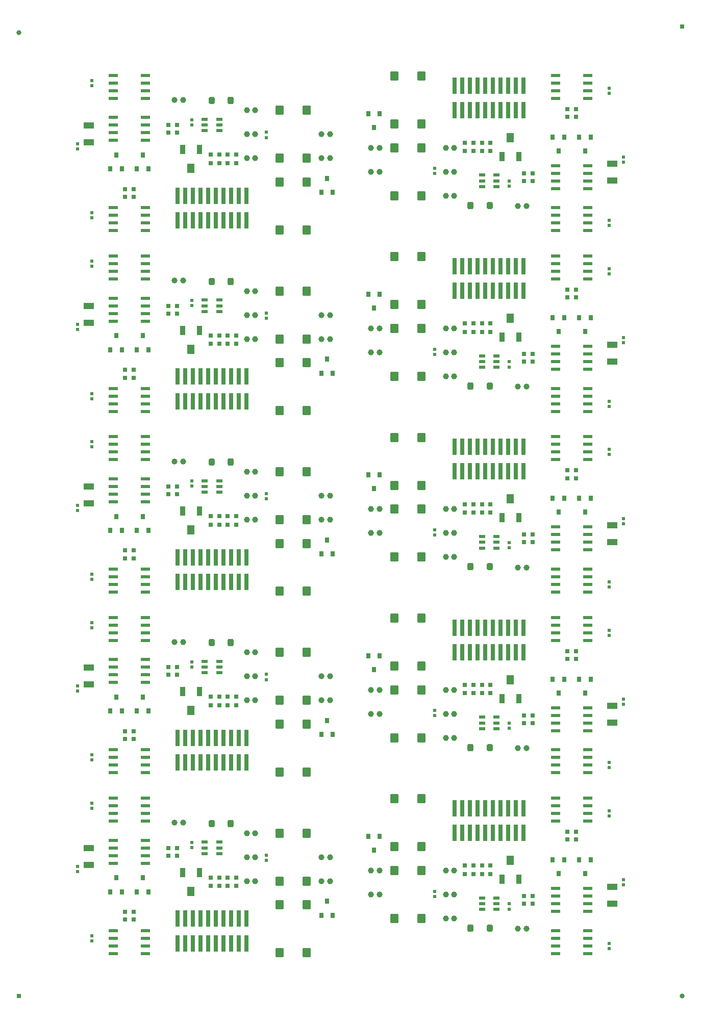
<source format=gtp>
G04*
G04 #@! TF.GenerationSoftware,Altium Limited,Altium Designer,21.6.4 (81)*
G04*
G04 Layer_Color=8421504*
%FSLAX43Y43*%
%MOMM*%
G71*
G04*
G04 #@! TF.SameCoordinates,B8146748-6EAE-4540-ADCA-D378D2E1ADA8*
G04*
G04*
G04 #@! TF.FilePolarity,Positive*
G04*
G01*
G75*
%ADD10C,0.800*%
%ADD11R,0.800X0.800*%
%ADD12C,1.000*%
G04:AMPARAMS|DCode=13|XSize=1mm|YSize=1.2mm|CornerRadius=0mm|HoleSize=0mm|Usage=FLASHONLY|Rotation=0.000|XOffset=0mm|YOffset=0mm|HoleType=Round|Shape=Octagon|*
%AMOCTAGOND13*
4,1,8,-0.250,0.600,0.250,0.600,0.500,0.350,0.500,-0.350,0.250,-0.600,-0.250,-0.600,-0.500,-0.350,-0.500,0.350,-0.250,0.600,0.0*
%
%ADD13OCTAGOND13*%

G04:AMPARAMS|DCode=14|XSize=1mm|YSize=1.2mm|CornerRadius=0.25mm|HoleSize=0mm|Usage=FLASHONLY|Rotation=0.000|XOffset=0mm|YOffset=0mm|HoleType=Round|Shape=RoundedRectangle|*
%AMROUNDEDRECTD14*
21,1,1.000,0.700,0,0,0.0*
21,1,0.500,1.200,0,0,0.0*
1,1,0.500,0.250,-0.350*
1,1,0.500,-0.250,-0.350*
1,1,0.500,-0.250,0.350*
1,1,0.500,0.250,0.350*
%
%ADD14ROUNDEDRECTD14*%
G04:AMPARAMS|DCode=15|XSize=0.55mm|YSize=1.1mm|CornerRadius=0.055mm|HoleSize=0mm|Usage=FLASHONLY|Rotation=270.000|XOffset=0mm|YOffset=0mm|HoleType=Round|Shape=RoundedRectangle|*
%AMROUNDEDRECTD15*
21,1,0.550,0.990,0,0,270.0*
21,1,0.440,1.100,0,0,270.0*
1,1,0.110,-0.495,-0.220*
1,1,0.110,-0.495,0.220*
1,1,0.110,0.495,0.220*
1,1,0.110,0.495,-0.220*
%
%ADD15ROUNDEDRECTD15*%
G04:AMPARAMS|DCode=16|XSize=0.74mm|YSize=2.79mm|CornerRadius=0.111mm|HoleSize=0mm|Usage=FLASHONLY|Rotation=180.000|XOffset=0mm|YOffset=0mm|HoleType=Round|Shape=RoundedRectangle|*
%AMROUNDEDRECTD16*
21,1,0.740,2.568,0,0,180.0*
21,1,0.518,2.790,0,0,180.0*
1,1,0.222,-0.259,1.284*
1,1,0.222,0.259,1.284*
1,1,0.222,0.259,-1.284*
1,1,0.222,-0.259,-1.284*
%
%ADD16ROUNDEDRECTD16*%
%ADD17R,0.800X0.750*%
G04:AMPARAMS|DCode=18|XSize=0.75mm|YSize=0.75mm|CornerRadius=0.075mm|HoleSize=0mm|Usage=FLASHONLY|Rotation=270.000|XOffset=0mm|YOffset=0mm|HoleType=Round|Shape=RoundedRectangle|*
%AMROUNDEDRECTD18*
21,1,0.750,0.600,0,0,270.0*
21,1,0.600,0.750,0,0,270.0*
1,1,0.150,-0.300,-0.300*
1,1,0.150,-0.300,0.300*
1,1,0.150,0.300,0.300*
1,1,0.150,0.300,-0.300*
%
%ADD18ROUNDEDRECTD18*%
%ADD19R,0.550X0.550*%
G04:AMPARAMS|DCode=20|XSize=1.55mm|YSize=1.3mm|CornerRadius=0.13mm|HoleSize=0mm|Usage=FLASHONLY|Rotation=270.000|XOffset=0mm|YOffset=0mm|HoleType=Round|Shape=RoundedRectangle|*
%AMROUNDEDRECTD20*
21,1,1.550,1.040,0,0,270.0*
21,1,1.290,1.300,0,0,270.0*
1,1,0.260,-0.520,-0.645*
1,1,0.260,-0.520,0.645*
1,1,0.260,0.520,0.645*
1,1,0.260,0.520,-0.645*
%
%ADD20ROUNDEDRECTD20*%
%ADD21R,0.900X1.600*%
%ADD22R,1.300X1.600*%
G04:AMPARAMS|DCode=23|XSize=0.55mm|YSize=0.55mm|CornerRadius=0.055mm|HoleSize=0mm|Usage=FLASHONLY|Rotation=90.000|XOffset=0mm|YOffset=0mm|HoleType=Round|Shape=RoundedRectangle|*
%AMROUNDEDRECTD23*
21,1,0.550,0.440,0,0,90.0*
21,1,0.440,0.550,0,0,90.0*
1,1,0.110,0.220,0.220*
1,1,0.110,0.220,-0.220*
1,1,0.110,-0.220,-0.220*
1,1,0.110,-0.220,0.220*
%
%ADD23ROUNDEDRECTD23*%
%ADD24R,0.750X0.800*%
G04:AMPARAMS|DCode=25|XSize=0.6mm|YSize=0.9mm|CornerRadius=0.06mm|HoleSize=0mm|Usage=FLASHONLY|Rotation=180.000|XOffset=0mm|YOffset=0mm|HoleType=Round|Shape=RoundedRectangle|*
%AMROUNDEDRECTD25*
21,1,0.600,0.780,0,0,180.0*
21,1,0.480,0.900,0,0,180.0*
1,1,0.120,-0.240,0.390*
1,1,0.120,0.240,0.390*
1,1,0.120,0.240,-0.390*
1,1,0.120,-0.240,-0.390*
%
%ADD25ROUNDEDRECTD25*%
G04:AMPARAMS|DCode=26|XSize=0.75mm|YSize=0.75mm|CornerRadius=0.075mm|HoleSize=0mm|Usage=FLASHONLY|Rotation=180.000|XOffset=0mm|YOffset=0mm|HoleType=Round|Shape=RoundedRectangle|*
%AMROUNDEDRECTD26*
21,1,0.750,0.600,0,0,180.0*
21,1,0.600,0.750,0,0,180.0*
1,1,0.150,-0.300,0.300*
1,1,0.150,0.300,0.300*
1,1,0.150,0.300,-0.300*
1,1,0.150,-0.300,-0.300*
%
%ADD26ROUNDEDRECTD26*%
G04:AMPARAMS|DCode=27|XSize=0.55mm|YSize=1.6mm|CornerRadius=0.083mm|HoleSize=0mm|Usage=FLASHONLY|Rotation=270.000|XOffset=0mm|YOffset=0mm|HoleType=Round|Shape=RoundedRectangle|*
%AMROUNDEDRECTD27*
21,1,0.550,1.435,0,0,270.0*
21,1,0.385,1.600,0,0,270.0*
1,1,0.165,-0.718,-0.193*
1,1,0.165,-0.718,0.193*
1,1,0.165,0.718,0.193*
1,1,0.165,0.718,-0.193*
%
%ADD27ROUNDEDRECTD27*%
%ADD28R,1.800X1.000*%
D10*
X5000Y165000D02*
D03*
X115000Y5000D02*
D03*
D11*
Y166000D02*
D03*
X5000Y5000D02*
D03*
D12*
X55200Y24125D02*
D03*
X56600D02*
D03*
Y28100D02*
D03*
X55200D02*
D03*
X44200D02*
D03*
X42800D02*
D03*
X44200Y32075D02*
D03*
X42800D02*
D03*
X30800Y33800D02*
D03*
X32200D02*
D03*
X44200Y24125D02*
D03*
X42800D02*
D03*
X55200Y54125D02*
D03*
X56600D02*
D03*
Y58100D02*
D03*
X55200D02*
D03*
X44200D02*
D03*
X42800D02*
D03*
X44200Y62075D02*
D03*
X42800D02*
D03*
X30800Y63800D02*
D03*
X32200D02*
D03*
X44200Y54125D02*
D03*
X42800D02*
D03*
X64800Y145875D02*
D03*
X63400D02*
D03*
Y141900D02*
D03*
X64800D02*
D03*
X75800D02*
D03*
X77200D02*
D03*
X75800Y137925D02*
D03*
X77200D02*
D03*
X89200Y136200D02*
D03*
X87800D02*
D03*
X75800Y145875D02*
D03*
X77200D02*
D03*
X64800Y115875D02*
D03*
X63400D02*
D03*
Y111900D02*
D03*
X64800D02*
D03*
X75800D02*
D03*
X77200D02*
D03*
X75800Y107925D02*
D03*
X77200D02*
D03*
X89200Y106200D02*
D03*
X87800D02*
D03*
X75800Y115875D02*
D03*
X77200D02*
D03*
X64800Y85875D02*
D03*
X63400D02*
D03*
Y81900D02*
D03*
X64800D02*
D03*
X75800D02*
D03*
X77200D02*
D03*
X75800Y77925D02*
D03*
X77200D02*
D03*
X89200Y76200D02*
D03*
X87800D02*
D03*
X75800Y85875D02*
D03*
X77200D02*
D03*
X64800Y55875D02*
D03*
X63400D02*
D03*
Y51900D02*
D03*
X64800D02*
D03*
X75800D02*
D03*
X77200D02*
D03*
X75800Y47925D02*
D03*
X77200D02*
D03*
X89200Y46200D02*
D03*
X87800D02*
D03*
X75800Y55875D02*
D03*
X77200D02*
D03*
X64800Y25875D02*
D03*
X63400D02*
D03*
Y21900D02*
D03*
X64800D02*
D03*
X75800D02*
D03*
X77200D02*
D03*
X75800Y17925D02*
D03*
X77200D02*
D03*
X89200Y16200D02*
D03*
X87800D02*
D03*
X75800Y25875D02*
D03*
X77200D02*
D03*
X55200Y144125D02*
D03*
X56600D02*
D03*
Y148100D02*
D03*
X55200D02*
D03*
X44200D02*
D03*
X42800D02*
D03*
X44200Y152075D02*
D03*
X42800D02*
D03*
X30800Y153800D02*
D03*
X32200D02*
D03*
X44200Y144125D02*
D03*
X42800D02*
D03*
X55200Y114125D02*
D03*
X56600D02*
D03*
Y118100D02*
D03*
X55200D02*
D03*
X44200D02*
D03*
X42800D02*
D03*
X44200Y122075D02*
D03*
X42800D02*
D03*
X30800Y123800D02*
D03*
X32200D02*
D03*
X44200Y114125D02*
D03*
X42800D02*
D03*
X55200Y84125D02*
D03*
X56600D02*
D03*
Y88100D02*
D03*
X55200D02*
D03*
X44200D02*
D03*
X42800D02*
D03*
X44200Y92075D02*
D03*
X42800D02*
D03*
X30800Y93800D02*
D03*
X32200D02*
D03*
X44200Y84125D02*
D03*
X42800D02*
D03*
D13*
X36925Y33700D02*
D03*
Y63700D02*
D03*
X83075Y136300D02*
D03*
Y106300D02*
D03*
Y76300D02*
D03*
Y46300D02*
D03*
Y16300D02*
D03*
X36925Y153700D02*
D03*
Y123700D02*
D03*
Y93700D02*
D03*
D14*
X40075Y33700D02*
D03*
Y63700D02*
D03*
X79925Y136300D02*
D03*
Y106300D02*
D03*
Y76300D02*
D03*
Y46300D02*
D03*
Y16300D02*
D03*
X40075Y153700D02*
D03*
Y123700D02*
D03*
Y93700D02*
D03*
D15*
X38200Y30585D02*
D03*
X35800D02*
D03*
Y29635D02*
D03*
Y28685D02*
D03*
X38200D02*
D03*
Y29635D02*
D03*
Y60585D02*
D03*
X35800D02*
D03*
Y59635D02*
D03*
Y58685D02*
D03*
X38200D02*
D03*
Y59635D02*
D03*
X81800Y139415D02*
D03*
X84200D02*
D03*
Y140365D02*
D03*
Y141315D02*
D03*
X81800D02*
D03*
Y140365D02*
D03*
Y109415D02*
D03*
X84200D02*
D03*
Y110365D02*
D03*
Y111315D02*
D03*
X81800D02*
D03*
Y110365D02*
D03*
Y79415D02*
D03*
X84200D02*
D03*
Y80365D02*
D03*
Y81315D02*
D03*
X81800D02*
D03*
Y80365D02*
D03*
Y49415D02*
D03*
X84200D02*
D03*
Y50365D02*
D03*
Y51315D02*
D03*
X81800D02*
D03*
Y50365D02*
D03*
Y19415D02*
D03*
X84200D02*
D03*
Y20365D02*
D03*
Y21315D02*
D03*
X81800D02*
D03*
Y20365D02*
D03*
X38200Y150585D02*
D03*
X35800D02*
D03*
Y149635D02*
D03*
Y148685D02*
D03*
X38200D02*
D03*
Y149635D02*
D03*
Y120585D02*
D03*
X35800D02*
D03*
Y119635D02*
D03*
Y118685D02*
D03*
X38200D02*
D03*
Y119635D02*
D03*
Y90585D02*
D03*
X35800D02*
D03*
Y89635D02*
D03*
Y88685D02*
D03*
X38200D02*
D03*
Y89635D02*
D03*
D16*
X42750Y17870D02*
D03*
X41480D02*
D03*
X40210D02*
D03*
X38940D02*
D03*
X37670D02*
D03*
X36400D02*
D03*
X35130D02*
D03*
X33860D02*
D03*
X32590D02*
D03*
X31320D02*
D03*
X42750Y13800D02*
D03*
X41480D02*
D03*
X40210D02*
D03*
X38940D02*
D03*
X37670D02*
D03*
X36400D02*
D03*
X35130D02*
D03*
X33860D02*
D03*
X32590D02*
D03*
X31320D02*
D03*
X42750Y47870D02*
D03*
X41480D02*
D03*
X40210D02*
D03*
X38940D02*
D03*
X37670D02*
D03*
X36400D02*
D03*
X35130D02*
D03*
X33860D02*
D03*
X32590D02*
D03*
X31320D02*
D03*
X42750Y43800D02*
D03*
X41480D02*
D03*
X40210D02*
D03*
X38940D02*
D03*
X37670D02*
D03*
X36400D02*
D03*
X35130D02*
D03*
X33860D02*
D03*
X32590D02*
D03*
X31320D02*
D03*
X77250Y152130D02*
D03*
X78520D02*
D03*
X79790D02*
D03*
X81060D02*
D03*
X82330D02*
D03*
X83600D02*
D03*
X84870D02*
D03*
X86140D02*
D03*
X87410D02*
D03*
X88680D02*
D03*
X77250Y156200D02*
D03*
X78520D02*
D03*
X79790D02*
D03*
X81060D02*
D03*
X82330D02*
D03*
X83600D02*
D03*
X84870D02*
D03*
X86140D02*
D03*
X87410D02*
D03*
X88680D02*
D03*
X77250Y122130D02*
D03*
X78520D02*
D03*
X79790D02*
D03*
X81060D02*
D03*
X82330D02*
D03*
X83600D02*
D03*
X84870D02*
D03*
X86140D02*
D03*
X87410D02*
D03*
X88680D02*
D03*
X77250Y126200D02*
D03*
X78520D02*
D03*
X79790D02*
D03*
X81060D02*
D03*
X82330D02*
D03*
X83600D02*
D03*
X84870D02*
D03*
X86140D02*
D03*
X87410D02*
D03*
X88680D02*
D03*
X77250Y92130D02*
D03*
X78520D02*
D03*
X79790D02*
D03*
X81060D02*
D03*
X82330D02*
D03*
X83600D02*
D03*
X84870D02*
D03*
X86140D02*
D03*
X87410D02*
D03*
X88680D02*
D03*
X77250Y96200D02*
D03*
X78520D02*
D03*
X79790D02*
D03*
X81060D02*
D03*
X82330D02*
D03*
X83600D02*
D03*
X84870D02*
D03*
X86140D02*
D03*
X87410D02*
D03*
X88680D02*
D03*
X77250Y62130D02*
D03*
X78520D02*
D03*
X79790D02*
D03*
X81060D02*
D03*
X82330D02*
D03*
X83600D02*
D03*
X84870D02*
D03*
X86140D02*
D03*
X87410D02*
D03*
X88680D02*
D03*
X77250Y66200D02*
D03*
X78520D02*
D03*
X79790D02*
D03*
X81060D02*
D03*
X82330D02*
D03*
X83600D02*
D03*
X84870D02*
D03*
X86140D02*
D03*
X87410D02*
D03*
X88680D02*
D03*
X77250Y32130D02*
D03*
X78520D02*
D03*
X79790D02*
D03*
X81060D02*
D03*
X82330D02*
D03*
X83600D02*
D03*
X84870D02*
D03*
X86140D02*
D03*
X87410D02*
D03*
X88680D02*
D03*
X77250Y36200D02*
D03*
X78520D02*
D03*
X79790D02*
D03*
X81060D02*
D03*
X82330D02*
D03*
X83600D02*
D03*
X84870D02*
D03*
X86140D02*
D03*
X87410D02*
D03*
X88680D02*
D03*
X42750Y137870D02*
D03*
X41480D02*
D03*
X40210D02*
D03*
X38940D02*
D03*
X37670D02*
D03*
X36400D02*
D03*
X35130D02*
D03*
X33860D02*
D03*
X32590D02*
D03*
X31320D02*
D03*
X42750Y133800D02*
D03*
X41480D02*
D03*
X40210D02*
D03*
X38940D02*
D03*
X37670D02*
D03*
X36400D02*
D03*
X35130D02*
D03*
X33860D02*
D03*
X32590D02*
D03*
X31320D02*
D03*
X42750Y107870D02*
D03*
X41480D02*
D03*
X40210D02*
D03*
X38940D02*
D03*
X37670D02*
D03*
X36400D02*
D03*
X35130D02*
D03*
X33860D02*
D03*
X32590D02*
D03*
X31320D02*
D03*
X42750Y103800D02*
D03*
X41480D02*
D03*
X40210D02*
D03*
X38940D02*
D03*
X37670D02*
D03*
X36400D02*
D03*
X35130D02*
D03*
X33860D02*
D03*
X32590D02*
D03*
X31320D02*
D03*
X42750Y77870D02*
D03*
X41480D02*
D03*
X40210D02*
D03*
X38940D02*
D03*
X37670D02*
D03*
X36400D02*
D03*
X35130D02*
D03*
X33860D02*
D03*
X32590D02*
D03*
X31320D02*
D03*
X42750Y73800D02*
D03*
X41480D02*
D03*
X40210D02*
D03*
X38940D02*
D03*
X37670D02*
D03*
X36400D02*
D03*
X35130D02*
D03*
X33860D02*
D03*
X32590D02*
D03*
X31320D02*
D03*
D17*
X41000Y24700D02*
D03*
Y23300D02*
D03*
X39600Y24700D02*
D03*
Y23300D02*
D03*
X38200Y24700D02*
D03*
Y23300D02*
D03*
X41000Y54700D02*
D03*
Y53300D02*
D03*
X39600Y54700D02*
D03*
Y53300D02*
D03*
X38200Y54700D02*
D03*
Y53300D02*
D03*
X79000Y145300D02*
D03*
Y146700D02*
D03*
X80400Y145300D02*
D03*
Y146700D02*
D03*
X81800Y145300D02*
D03*
Y146700D02*
D03*
X79000Y115300D02*
D03*
Y116700D02*
D03*
X80400Y115300D02*
D03*
Y116700D02*
D03*
X81800Y115300D02*
D03*
Y116700D02*
D03*
X79000Y85300D02*
D03*
Y86700D02*
D03*
X80400Y85300D02*
D03*
Y86700D02*
D03*
X81800Y85300D02*
D03*
Y86700D02*
D03*
X79000Y55300D02*
D03*
Y56700D02*
D03*
X80400Y55300D02*
D03*
Y56700D02*
D03*
X81800Y55300D02*
D03*
Y56700D02*
D03*
X79000Y25300D02*
D03*
Y26700D02*
D03*
X80400Y25300D02*
D03*
Y26700D02*
D03*
X81800Y25300D02*
D03*
Y26700D02*
D03*
X41000Y144700D02*
D03*
Y143300D02*
D03*
X39600Y144700D02*
D03*
Y143300D02*
D03*
X38200Y144700D02*
D03*
Y143300D02*
D03*
X41000Y114700D02*
D03*
Y113300D02*
D03*
X39600Y114700D02*
D03*
Y113300D02*
D03*
X38200Y114700D02*
D03*
Y113300D02*
D03*
X41000Y84700D02*
D03*
Y83300D02*
D03*
X39600Y84700D02*
D03*
Y83300D02*
D03*
X38200Y84700D02*
D03*
Y83300D02*
D03*
D18*
X36800Y24700D02*
D03*
Y23300D02*
D03*
Y54700D02*
D03*
Y53300D02*
D03*
X83200Y145300D02*
D03*
Y146700D02*
D03*
Y115300D02*
D03*
Y116700D02*
D03*
Y85300D02*
D03*
Y86700D02*
D03*
Y55300D02*
D03*
Y56700D02*
D03*
Y25300D02*
D03*
Y26700D02*
D03*
X36800Y144700D02*
D03*
Y143300D02*
D03*
Y114700D02*
D03*
Y113300D02*
D03*
Y84700D02*
D03*
Y83300D02*
D03*
D19*
X46000Y27575D02*
D03*
Y28425D02*
D03*
X14700Y25675D02*
D03*
Y26525D02*
D03*
X46000Y57575D02*
D03*
Y58425D02*
D03*
X14700Y55675D02*
D03*
Y56525D02*
D03*
X74000Y142425D02*
D03*
Y141575D02*
D03*
X105300Y144325D02*
D03*
Y143475D02*
D03*
X74000Y112425D02*
D03*
Y111575D02*
D03*
X105300Y114325D02*
D03*
Y113475D02*
D03*
X74000Y82425D02*
D03*
Y81575D02*
D03*
X105300Y84325D02*
D03*
Y83475D02*
D03*
X74000Y52425D02*
D03*
Y51575D02*
D03*
X105300Y54325D02*
D03*
Y53475D02*
D03*
X74000Y22425D02*
D03*
Y21575D02*
D03*
X105300Y24325D02*
D03*
Y23475D02*
D03*
X46000Y147575D02*
D03*
Y148425D02*
D03*
X14700Y145675D02*
D03*
Y146525D02*
D03*
X46000Y117575D02*
D03*
Y118425D02*
D03*
X14700Y115675D02*
D03*
Y116525D02*
D03*
X46000Y87575D02*
D03*
Y88425D02*
D03*
X14700Y85675D02*
D03*
Y86525D02*
D03*
D20*
X52700Y32075D02*
D03*
X48200D02*
D03*
Y24125D02*
D03*
X52700D02*
D03*
X48200Y20175D02*
D03*
X52700D02*
D03*
Y12225D02*
D03*
X48200D02*
D03*
X52700Y62075D02*
D03*
X48200D02*
D03*
Y54125D02*
D03*
X52700D02*
D03*
X48200Y50175D02*
D03*
X52700D02*
D03*
Y42225D02*
D03*
X48200D02*
D03*
X67300Y137925D02*
D03*
X71800D02*
D03*
Y145875D02*
D03*
X67300D02*
D03*
X71800Y149825D02*
D03*
X67300D02*
D03*
Y157775D02*
D03*
X71800D02*
D03*
X67300Y107925D02*
D03*
X71800D02*
D03*
Y115875D02*
D03*
X67300D02*
D03*
X71800Y119825D02*
D03*
X67300D02*
D03*
Y127775D02*
D03*
X71800D02*
D03*
X67300Y77925D02*
D03*
X71800D02*
D03*
Y85875D02*
D03*
X67300D02*
D03*
X71800Y89825D02*
D03*
X67300D02*
D03*
Y97775D02*
D03*
X71800D02*
D03*
X67300Y47925D02*
D03*
X71800D02*
D03*
Y55875D02*
D03*
X67300D02*
D03*
X71800Y59825D02*
D03*
X67300D02*
D03*
Y67775D02*
D03*
X71800D02*
D03*
X67300Y17925D02*
D03*
X71800D02*
D03*
Y25875D02*
D03*
X67300D02*
D03*
X71800Y29825D02*
D03*
X67300D02*
D03*
Y37775D02*
D03*
X71800D02*
D03*
X52700Y152075D02*
D03*
X48200D02*
D03*
Y144125D02*
D03*
X52700D02*
D03*
X48200Y140175D02*
D03*
X52700D02*
D03*
Y132225D02*
D03*
X48200D02*
D03*
X52700Y122075D02*
D03*
X48200D02*
D03*
Y114125D02*
D03*
X52700D02*
D03*
X48200Y110175D02*
D03*
X52700D02*
D03*
Y102225D02*
D03*
X48200D02*
D03*
X52700Y92075D02*
D03*
X48200D02*
D03*
Y84125D02*
D03*
X52700D02*
D03*
X48200Y80175D02*
D03*
X52700D02*
D03*
Y72225D02*
D03*
X48200D02*
D03*
D21*
X34900Y25560D02*
D03*
X32100D02*
D03*
X34900Y55560D02*
D03*
X32100D02*
D03*
X85100Y144440D02*
D03*
X87900D02*
D03*
X85100Y114440D02*
D03*
X87900D02*
D03*
X85100Y84440D02*
D03*
X87900D02*
D03*
X85100Y54440D02*
D03*
X87900D02*
D03*
X85100Y24440D02*
D03*
X87900D02*
D03*
X34900Y145560D02*
D03*
X32100D02*
D03*
X34900Y115560D02*
D03*
X32100D02*
D03*
X34900Y85560D02*
D03*
X32100D02*
D03*
D22*
X33500Y22440D02*
D03*
Y52440D02*
D03*
X86500Y147560D02*
D03*
Y117560D02*
D03*
Y87560D02*
D03*
Y57560D02*
D03*
Y27560D02*
D03*
X33500Y142440D02*
D03*
Y112440D02*
D03*
Y82440D02*
D03*
D23*
X33700Y29675D02*
D03*
Y30525D02*
D03*
X17100Y15060D02*
D03*
Y14210D02*
D03*
X17100Y36210D02*
D03*
Y37060D02*
D03*
X33700Y59675D02*
D03*
Y60525D02*
D03*
X17100Y45060D02*
D03*
Y44210D02*
D03*
X17100Y66210D02*
D03*
Y67060D02*
D03*
X86300Y140325D02*
D03*
Y139475D02*
D03*
X102900Y154940D02*
D03*
Y155790D02*
D03*
X102900Y133790D02*
D03*
Y132940D02*
D03*
X86300Y110325D02*
D03*
Y109475D02*
D03*
X102900Y124940D02*
D03*
Y125790D02*
D03*
X102900Y103790D02*
D03*
Y102940D02*
D03*
X86300Y80325D02*
D03*
Y79475D02*
D03*
X102900Y94940D02*
D03*
Y95790D02*
D03*
X102900Y73790D02*
D03*
Y72940D02*
D03*
X86300Y50325D02*
D03*
Y49475D02*
D03*
X102900Y64940D02*
D03*
Y65790D02*
D03*
X102900Y43790D02*
D03*
Y42940D02*
D03*
X86300Y20325D02*
D03*
Y19475D02*
D03*
X102900Y34940D02*
D03*
Y35790D02*
D03*
X102900Y13790D02*
D03*
Y12940D02*
D03*
X33700Y149675D02*
D03*
Y150525D02*
D03*
X17100Y135060D02*
D03*
Y134210D02*
D03*
X17100Y156210D02*
D03*
Y157060D02*
D03*
X33700Y119675D02*
D03*
Y120525D02*
D03*
X17100Y105060D02*
D03*
Y104210D02*
D03*
X17100Y126210D02*
D03*
Y127060D02*
D03*
X33700Y89675D02*
D03*
Y90525D02*
D03*
X17100Y75060D02*
D03*
Y74210D02*
D03*
X17100Y96210D02*
D03*
Y97060D02*
D03*
D24*
X29800Y29635D02*
D03*
X31200D02*
D03*
X29800Y28365D02*
D03*
X31200D02*
D03*
X22600Y17700D02*
D03*
X24000D02*
D03*
X29800Y59635D02*
D03*
X31200D02*
D03*
X29800Y58365D02*
D03*
X31200D02*
D03*
X22600Y47700D02*
D03*
X24000D02*
D03*
X90200Y140365D02*
D03*
X88800D02*
D03*
X90200Y141635D02*
D03*
X88800D02*
D03*
X97400Y152300D02*
D03*
X96000D02*
D03*
X90200Y110365D02*
D03*
X88800D02*
D03*
X90200Y111635D02*
D03*
X88800D02*
D03*
X97400Y122300D02*
D03*
X96000D02*
D03*
X90200Y80365D02*
D03*
X88800D02*
D03*
X90200Y81635D02*
D03*
X88800D02*
D03*
X97400Y92300D02*
D03*
X96000D02*
D03*
X90200Y50365D02*
D03*
X88800D02*
D03*
X90200Y51635D02*
D03*
X88800D02*
D03*
X97400Y62300D02*
D03*
X96000D02*
D03*
X90200Y20365D02*
D03*
X88800D02*
D03*
X90200Y21635D02*
D03*
X88800D02*
D03*
X97400Y32300D02*
D03*
X96000D02*
D03*
X29800Y149635D02*
D03*
X31200D02*
D03*
X29800Y148365D02*
D03*
X31200D02*
D03*
X22600Y137700D02*
D03*
X24000D02*
D03*
X29800Y119635D02*
D03*
X31200D02*
D03*
X29800Y118365D02*
D03*
X31200D02*
D03*
X22600Y107700D02*
D03*
X24000D02*
D03*
X29800Y89635D02*
D03*
X31200D02*
D03*
X29800Y88365D02*
D03*
X31200D02*
D03*
X22600Y77700D02*
D03*
X24000D02*
D03*
D25*
X24550Y22350D02*
D03*
X26450D02*
D03*
X25500Y24650D02*
D03*
X21100D02*
D03*
X22050Y22350D02*
D03*
X20150D02*
D03*
X56100Y20750D02*
D03*
X57050Y18450D02*
D03*
X55150D02*
D03*
X24550Y52350D02*
D03*
X26450D02*
D03*
X25500Y54650D02*
D03*
X21100D02*
D03*
X22050Y52350D02*
D03*
X20150D02*
D03*
X56100Y50750D02*
D03*
X57050Y48450D02*
D03*
X55150D02*
D03*
X95450Y147650D02*
D03*
X93550D02*
D03*
X94500Y145350D02*
D03*
X98900D02*
D03*
X97950Y147650D02*
D03*
X99850D02*
D03*
X63900Y149250D02*
D03*
X62950Y151550D02*
D03*
X64850D02*
D03*
X95450Y117650D02*
D03*
X93550D02*
D03*
X94500Y115350D02*
D03*
X98900D02*
D03*
X97950Y117650D02*
D03*
X99850D02*
D03*
X63900Y119250D02*
D03*
X62950Y121550D02*
D03*
X64850D02*
D03*
X95450Y87650D02*
D03*
X93550D02*
D03*
X94500Y85350D02*
D03*
X98900D02*
D03*
X97950Y87650D02*
D03*
X99850D02*
D03*
X63900Y89250D02*
D03*
X62950Y91550D02*
D03*
X64850D02*
D03*
X95450Y57650D02*
D03*
X93550D02*
D03*
X94500Y55350D02*
D03*
X98900D02*
D03*
X97950Y57650D02*
D03*
X99850D02*
D03*
X63900Y59250D02*
D03*
X62950Y61550D02*
D03*
X64850D02*
D03*
X95450Y27650D02*
D03*
X93550D02*
D03*
X94500Y25350D02*
D03*
X98900D02*
D03*
X97950Y27650D02*
D03*
X99850D02*
D03*
X63900Y29250D02*
D03*
X62950Y31550D02*
D03*
X64850D02*
D03*
X24550Y142350D02*
D03*
X26450D02*
D03*
X25500Y144650D02*
D03*
X21100D02*
D03*
X22050Y142350D02*
D03*
X20150D02*
D03*
X56100Y140750D02*
D03*
X57050Y138450D02*
D03*
X55150D02*
D03*
X24550Y112350D02*
D03*
X26450D02*
D03*
X25500Y114650D02*
D03*
X21100D02*
D03*
X22050Y112350D02*
D03*
X20150D02*
D03*
X56100Y110750D02*
D03*
X57050Y108450D02*
D03*
X55150D02*
D03*
X24550Y82350D02*
D03*
X26450D02*
D03*
X25500Y84650D02*
D03*
X21100D02*
D03*
X22050Y82350D02*
D03*
X20150D02*
D03*
X56100Y80750D02*
D03*
X57050Y78450D02*
D03*
X55150D02*
D03*
D26*
X24000Y19000D02*
D03*
X22600D02*
D03*
X24000Y49000D02*
D03*
X22600D02*
D03*
X96000Y151000D02*
D03*
X97400D02*
D03*
X96000Y121000D02*
D03*
X97400D02*
D03*
X96000Y91000D02*
D03*
X97400D02*
D03*
X96000Y61000D02*
D03*
X97400D02*
D03*
X96000Y31000D02*
D03*
X97400D02*
D03*
X24000Y139000D02*
D03*
X22600D02*
D03*
X24000Y109000D02*
D03*
X22600D02*
D03*
X24000Y79000D02*
D03*
X22600D02*
D03*
D27*
X20600Y15905D02*
D03*
Y14635D02*
D03*
Y13365D02*
D03*
Y12095D02*
D03*
X26000Y15905D02*
D03*
Y14635D02*
D03*
Y13365D02*
D03*
Y12095D02*
D03*
Y27095D02*
D03*
Y28365D02*
D03*
Y29635D02*
D03*
Y30905D02*
D03*
X20600Y27095D02*
D03*
Y28365D02*
D03*
Y29635D02*
D03*
Y30905D02*
D03*
X26000Y34095D02*
D03*
Y35365D02*
D03*
Y36635D02*
D03*
Y37905D02*
D03*
X20600Y34095D02*
D03*
Y35365D02*
D03*
Y36635D02*
D03*
Y37905D02*
D03*
Y45905D02*
D03*
Y44635D02*
D03*
Y43365D02*
D03*
Y42095D02*
D03*
X26000Y45905D02*
D03*
Y44635D02*
D03*
Y43365D02*
D03*
Y42095D02*
D03*
Y57095D02*
D03*
Y58365D02*
D03*
Y59635D02*
D03*
Y60905D02*
D03*
X20600Y57095D02*
D03*
Y58365D02*
D03*
Y59635D02*
D03*
Y60905D02*
D03*
X26000Y64095D02*
D03*
Y65365D02*
D03*
Y66635D02*
D03*
Y67905D02*
D03*
X20600Y64095D02*
D03*
Y65365D02*
D03*
Y66635D02*
D03*
Y67905D02*
D03*
X99400Y154095D02*
D03*
Y155365D02*
D03*
Y156635D02*
D03*
Y157905D02*
D03*
X94000Y154095D02*
D03*
Y155365D02*
D03*
Y156635D02*
D03*
Y157905D02*
D03*
Y142905D02*
D03*
Y141635D02*
D03*
Y140365D02*
D03*
Y139095D02*
D03*
X99400Y142905D02*
D03*
Y141635D02*
D03*
Y140365D02*
D03*
Y139095D02*
D03*
X94000Y135905D02*
D03*
Y134635D02*
D03*
Y133365D02*
D03*
Y132095D02*
D03*
X99400Y135905D02*
D03*
Y134635D02*
D03*
Y133365D02*
D03*
Y132095D02*
D03*
Y124095D02*
D03*
Y125365D02*
D03*
Y126635D02*
D03*
Y127905D02*
D03*
X94000Y124095D02*
D03*
Y125365D02*
D03*
Y126635D02*
D03*
Y127905D02*
D03*
Y112905D02*
D03*
Y111635D02*
D03*
Y110365D02*
D03*
Y109095D02*
D03*
X99400Y112905D02*
D03*
Y111635D02*
D03*
Y110365D02*
D03*
Y109095D02*
D03*
X94000Y105905D02*
D03*
Y104635D02*
D03*
Y103365D02*
D03*
Y102095D02*
D03*
X99400Y105905D02*
D03*
Y104635D02*
D03*
Y103365D02*
D03*
Y102095D02*
D03*
Y94095D02*
D03*
Y95365D02*
D03*
Y96635D02*
D03*
Y97905D02*
D03*
X94000Y94095D02*
D03*
Y95365D02*
D03*
Y96635D02*
D03*
Y97905D02*
D03*
Y82905D02*
D03*
Y81635D02*
D03*
Y80365D02*
D03*
Y79095D02*
D03*
X99400Y82905D02*
D03*
Y81635D02*
D03*
Y80365D02*
D03*
Y79095D02*
D03*
X94000Y75905D02*
D03*
Y74635D02*
D03*
Y73365D02*
D03*
Y72095D02*
D03*
X99400Y75905D02*
D03*
Y74635D02*
D03*
Y73365D02*
D03*
Y72095D02*
D03*
Y64095D02*
D03*
Y65365D02*
D03*
Y66635D02*
D03*
Y67905D02*
D03*
X94000Y64095D02*
D03*
Y65365D02*
D03*
Y66635D02*
D03*
Y67905D02*
D03*
Y52905D02*
D03*
Y51635D02*
D03*
Y50365D02*
D03*
Y49095D02*
D03*
X99400Y52905D02*
D03*
Y51635D02*
D03*
Y50365D02*
D03*
Y49095D02*
D03*
X94000Y45905D02*
D03*
Y44635D02*
D03*
Y43365D02*
D03*
Y42095D02*
D03*
X99400Y45905D02*
D03*
Y44635D02*
D03*
Y43365D02*
D03*
Y42095D02*
D03*
Y34095D02*
D03*
Y35365D02*
D03*
Y36635D02*
D03*
Y37905D02*
D03*
X94000Y34095D02*
D03*
Y35365D02*
D03*
Y36635D02*
D03*
Y37905D02*
D03*
Y22905D02*
D03*
Y21635D02*
D03*
Y20365D02*
D03*
Y19095D02*
D03*
X99400Y22905D02*
D03*
Y21635D02*
D03*
Y20365D02*
D03*
Y19095D02*
D03*
X94000Y15905D02*
D03*
Y14635D02*
D03*
Y13365D02*
D03*
Y12095D02*
D03*
X99400Y15905D02*
D03*
Y14635D02*
D03*
Y13365D02*
D03*
Y12095D02*
D03*
X20600Y135905D02*
D03*
Y134635D02*
D03*
Y133365D02*
D03*
Y132095D02*
D03*
X26000Y135905D02*
D03*
Y134635D02*
D03*
Y133365D02*
D03*
Y132095D02*
D03*
Y147095D02*
D03*
Y148365D02*
D03*
Y149635D02*
D03*
Y150905D02*
D03*
X20600Y147095D02*
D03*
Y148365D02*
D03*
Y149635D02*
D03*
Y150905D02*
D03*
X26000Y154095D02*
D03*
Y155365D02*
D03*
Y156635D02*
D03*
Y157905D02*
D03*
X20600Y154095D02*
D03*
Y155365D02*
D03*
Y156635D02*
D03*
Y157905D02*
D03*
Y105905D02*
D03*
Y104635D02*
D03*
Y103365D02*
D03*
Y102095D02*
D03*
X26000Y105905D02*
D03*
Y104635D02*
D03*
Y103365D02*
D03*
Y102095D02*
D03*
Y117095D02*
D03*
Y118365D02*
D03*
Y119635D02*
D03*
Y120905D02*
D03*
X20600Y117095D02*
D03*
Y118365D02*
D03*
Y119635D02*
D03*
Y120905D02*
D03*
X26000Y124095D02*
D03*
Y125365D02*
D03*
Y126635D02*
D03*
Y127905D02*
D03*
X20600Y124095D02*
D03*
Y125365D02*
D03*
Y126635D02*
D03*
Y127905D02*
D03*
Y75905D02*
D03*
Y74635D02*
D03*
Y73365D02*
D03*
Y72095D02*
D03*
X26000Y75905D02*
D03*
Y74635D02*
D03*
Y73365D02*
D03*
Y72095D02*
D03*
Y87095D02*
D03*
Y88365D02*
D03*
Y89635D02*
D03*
Y90905D02*
D03*
X20600Y87095D02*
D03*
Y88365D02*
D03*
Y89635D02*
D03*
Y90905D02*
D03*
X26000Y94095D02*
D03*
Y95365D02*
D03*
Y96635D02*
D03*
Y97905D02*
D03*
X20600Y94095D02*
D03*
Y95365D02*
D03*
Y96635D02*
D03*
Y97905D02*
D03*
D28*
X16600Y29600D02*
D03*
Y26800D02*
D03*
Y59600D02*
D03*
Y56800D02*
D03*
X103400Y140400D02*
D03*
Y143200D02*
D03*
Y110400D02*
D03*
Y113200D02*
D03*
Y80400D02*
D03*
Y83200D02*
D03*
Y50400D02*
D03*
Y53200D02*
D03*
Y20400D02*
D03*
Y23200D02*
D03*
X16600Y149600D02*
D03*
Y146800D02*
D03*
Y119600D02*
D03*
Y116800D02*
D03*
Y89600D02*
D03*
Y86800D02*
D03*
M02*

</source>
